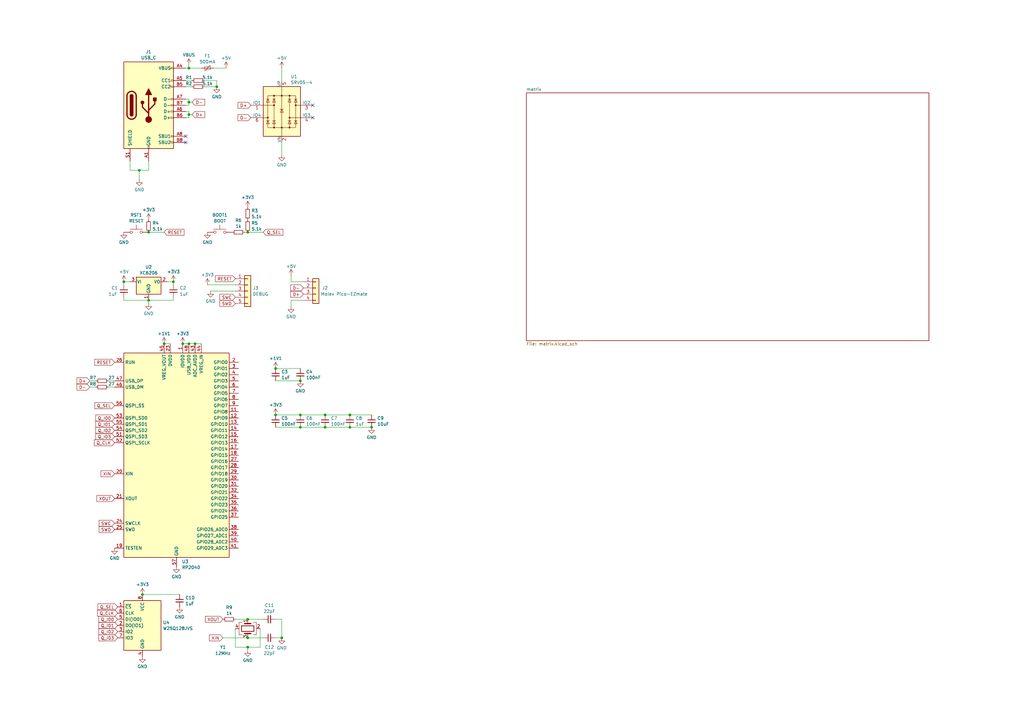
<source format=kicad_sch>
(kicad_sch (version 20230121) (generator eeschema)
  (paper "A3")
  (lib_symbols
    (symbol "Connector:USB_C_Receptacle_USB2.0" (pin_names (offset 1.016))
      (property "Reference" "J" (at -10.16 19.05 0))
      (property "Value" "USB_C_Receptacle_USB2.0" (at 19.05 19.05 0))
      (symbol "USB_C_Receptacle_USB2.0_0_0"
        (rectangle (start -0.254 -17.78) (end 0.254 -16.764))
        (rectangle (start 10.16 -14.986) (end 9.144 -15.494))
        (rectangle (start 10.16 -12.446) (end 9.144 -12.954))
        (rectangle (start 10.16 -4.826) (end 9.144 -5.334))
        (rectangle (start 10.16 -2.286) (end 9.144 -2.794))
        (rectangle (start 10.16 0.254) (end 9.144 -0.254))
        (rectangle (start 10.16 2.794) (end 9.144 2.286))
        (rectangle (start 10.16 7.874) (end 9.144 7.366))
        (rectangle (start 10.16 10.414) (end 9.144 9.906))
        (rectangle (start 10.16 15.494) (end 9.144 14.986))
      )
      (symbol "USB_C_Receptacle_USB2.0_0_1"
        (rectangle (start -10.16 17.78) (end 10.16 -17.78) (stroke (width 0.254)) (fill (type background)))
        (arc (start -8.89 -3.81) (mid -6.985 -5.7067) (end -5.08 -3.81) (stroke (width 0.508)))
        (arc (start -7.62 -3.81) (mid -6.985 -4.4423) (end -6.35 -3.81) (stroke (width 0.254)))
        (arc (start -7.62 -3.81) (mid -6.985 -4.4423) (end -6.35 -3.81) (stroke (width 0.254)) (fill (type outline)))
        (rectangle (start -7.62 -3.81) (end -6.35 3.81) (stroke (width 0.254)) (fill (type outline)))
        (arc (start -6.35 3.81) (mid -6.985 4.4423) (end -7.62 3.81) (stroke (width 0.254)))
        (arc (start -6.35 3.81) (mid -6.985 4.4423) (end -7.62 3.81) (stroke (width 0.254)) (fill (type outline)))
        (arc (start -5.08 3.81) (mid -6.985 5.7067) (end -8.89 3.81) (stroke (width 0.508)))
        (circle (center -2.54 1.143) (radius 0.635) (stroke (width 0.254)) (fill (type outline)))
        (circle (center 0 -5.842) (radius 1.27) (fill (type outline)))
        (polyline (pts (xy -8.89 -3.81) (xy -8.89 3.81)) (stroke (width 0.508)))
        (polyline (pts (xy -5.08 3.81) (xy -5.08 -3.81)) (stroke (width 0.508)))
        (polyline (pts (xy 0 -5.842) (xy 0 4.318)) (stroke (width 0.508)))
        (polyline (pts (xy 0 -3.302) (xy -2.54 -0.762) (xy -2.54 0.508)) (stroke (width 0.508)))
        (polyline (pts (xy 0 -2.032) (xy 2.54 0.508) (xy 2.54 1.778)) (stroke (width 0.508)))
        (polyline (pts (xy -1.27 4.318) (xy 0 6.858) (xy 1.27 4.318) (xy -1.27 4.318)) (stroke (width 0.254)) (fill (type outline)))
        (rectangle (start 1.905 1.778) (end 3.175 3.048) (stroke (width 0.254)) (fill (type outline)))
      )
      (symbol "USB_C_Receptacle_USB2.0_1_1"
        (pin passive line (at 0 -22.86 90) (length 5.08) (name "GND") (number "A1"))
        (pin passive line (at 0 -22.86 90) (length 5.08) hide (name "GND") (number "A12"))
        (pin passive line (at 15.24 15.24 180) (length 5.08) (name "VBUS") (number "A4"))
        (pin bidirectional line (at 15.24 10.16 180) (length 5.08) (name "CC1") (number "A5"))
        (pin bidirectional line (at 15.24 -2.54 180) (length 5.08) (name "D+") (number "A6"))
        (pin bidirectional line (at 15.24 2.54 180) (length 5.08) (name "D-") (number "A7"))
        (pin bidirectional line (at 15.24 -12.7 180) (length 5.08) (name "SBU1") (number "A8"))
        (pin passive line (at 15.24 15.24 180) (length 5.08) hide (name "VBUS") (number "A9"))
        (pin passive line (at 0 -22.86 90) (length 5.08) hide (name "GND") (number "B1"))
        (pin passive line (at 0 -22.86 90) (length 5.08) hide (name "GND") (number "B12"))
        (pin passive line (at 15.24 15.24 180) (length 5.08) hide (name "VBUS") (number "B4"))
        (pin bidirectional line (at 15.24 7.62 180) (length 5.08) (name "CC2") (number "B5"))
        (pin bidirectional line (at 15.24 -5.08 180) (length 5.08) (name "D+") (number "B6"))
        (pin bidirectional line (at 15.24 0 180) (length 5.08) (name "D-") (number "B7"))
        (pin bidirectional line (at 15.24 -15.24 180) (length 5.08) (name "SBU2") (number "B8"))
        (pin passive line (at 15.24 15.24 180) (length 5.08) hide (name "VBUS") (number "B9"))
        (pin passive line (at -7.62 -22.86 90) (length 5.08) (name "SHIELD") (number "S1"))
      )
    )
    (symbol "Connector_Generic:Conn_01x04" (pin_names (offset 1.016) hide)
      (property "Reference" "J" (at 0 5.08 0))
      (property "Value" "Conn_01x04" (at 0 -7.62 0))
      (symbol "Conn_01x04_1_1"
        (rectangle (start -1.27 -4.953) (end 0 -5.207) (stroke (width 0.1524)))
        (rectangle (start -1.27 -2.413) (end 0 -2.667) (stroke (width 0.1524)))
        (rectangle (start -1.27 0.127) (end 0 -0.127) (stroke (width 0.1524)))
        (rectangle (start -1.27 2.667) (end 0 2.413) (stroke (width 0.1524)))
        (rectangle (start -1.27 3.81) (end 1.27 -6.35) (stroke (width 0.254)) (fill (type background)))
        (pin passive line (at -5.08 2.54 0) (length 3.81) (name "Pin_1") (number "1"))
        (pin passive line (at -5.08 0 0) (length 3.81) (name "Pin_2") (number "2"))
        (pin passive line (at -5.08 -2.54 0) (length 3.81) (name "Pin_3") (number "3"))
        (pin passive line (at -5.08 -5.08 0) (length 3.81) (name "Pin_4") (number "4"))
      )
    )
    (symbol "Connector_Generic:Conn_01x05" (pin_names (offset 1.016) hide)
      (property "Reference" "J" (at 0 7.62 0))
      (property "Value" "Conn_01x05" (at 0 -7.62 0))
      (symbol "Conn_01x05_1_1"
        (rectangle (start -1.27 -4.953) (end 0 -5.207) (stroke (width 0.1524)))
        (rectangle (start -1.27 -2.413) (end 0 -2.667) (stroke (width 0.1524)))
        (rectangle (start -1.27 0.127) (end 0 -0.127) (stroke (width 0.1524)))
        (rectangle (start -1.27 2.667) (end 0 2.413) (stroke (width 0.1524)))
        (rectangle (start -1.27 5.207) (end 0 4.953) (stroke (width 0.1524)))
        (rectangle (start -1.27 6.35) (end 1.27 -6.35) (stroke (width 0.254)) (fill (type background)))
        (pin passive line (at -5.08 5.08 0) (length 3.81) (name "Pin_1") (number "1"))
        (pin passive line (at -5.08 2.54 0) (length 3.81) (name "Pin_2") (number "2"))
        (pin passive line (at -5.08 0 0) (length 3.81) (name "Pin_3") (number "3"))
        (pin passive line (at -5.08 -2.54 0) (length 3.81) (name "Pin_4") (number "4"))
        (pin passive line (at -5.08 -5.08 0) (length 3.81) (name "Pin_5") (number "5"))
      )
    )
    (symbol "Device:C_Small" (pin_numbers hide) (pin_names (offset 0.254) hide)
      (property "Reference" "C" (at 0.254 1.778 0))
      (property "Value" "C_Small" (at 0.254 -2.032 0))
      (symbol "C_Small_0_1"
        (polyline (pts (xy -1.524 -0.508) (xy 1.524 -0.508)) (stroke (width 0.3302)))
        (polyline (pts (xy -1.524 0.508) (xy 1.524 0.508)) (stroke (width 0.3048)))
      )
      (symbol "C_Small_1_1"
        (pin passive line (at 0 2.54 270) (length 2.032) (name "~") (number "1"))
        (pin passive line (at 0 -2.54 90) (length 2.032) (name "~") (number "2"))
      )
    )
    (symbol "Device:Crystal_GND24" (pin_names (offset 1.016) hide)
      (property "Reference" "Y" (at 3.175 5.08 0))
      (property "Value" "Crystal_GND24" (at 3.175 3.175 0))
      (symbol "Crystal_GND24_0_1"
        (rectangle (start -1.143 2.54) (end 1.143 -2.54) (stroke (width 0.3048)))
        (polyline (pts (xy -2.54 0) (xy -2.032 0)))
        (polyline (pts (xy -2.032 -1.27) (xy -2.032 1.27)) (stroke (width 0.508)))
        (polyline (pts (xy 0 -3.81) (xy 0 -3.556)))
        (polyline (pts (xy 0 3.556) (xy 0 3.81)))
        (polyline (pts (xy 2.032 -1.27) (xy 2.032 1.27)) (stroke (width 0.508)))
        (polyline (pts (xy 2.032 0) (xy 2.54 0)))
        (polyline (pts (xy -2.54 -2.286) (xy -2.54 -3.556) (xy 2.54 -3.556) (xy 2.54 -2.286)))
        (polyline (pts (xy -2.54 2.286) (xy -2.54 3.556) (xy 2.54 3.556) (xy 2.54 2.286)))
      )
      (symbol "Crystal_GND24_1_1"
        (pin passive line (at -3.81 0 0) (length 1.27) (name "1") (number "1"))
        (pin passive line (at 0 5.08 270) (length 1.27) (name "2") (number "2"))
        (pin passive line (at 3.81 0 180) (length 1.27) (name "3") (number "3"))
        (pin passive line (at 0 -5.08 90) (length 1.27) (name "4") (number "4"))
      )
    )
    (symbol "Device:Polyfuse_Small" (pin_numbers hide) (pin_names (offset 0))
      (property "Reference" "F" (at -1.905 0 90))
      (property "Value" "Polyfuse_Small" (at 1.905 0 90))
      (symbol "Polyfuse_Small_0_1"
        (rectangle (start -0.508 1.27) (end 0.508 -1.27))
        (polyline (pts (xy 0 2.54) (xy 0 -2.54)))
        (polyline (pts (xy -1.016 1.27) (xy -1.016 0.762) (xy 1.016 -0.762) (xy 1.016 -1.27)))
      )
      (symbol "Polyfuse_Small_1_1"
        (pin passive line (at 0 2.54 270) (length 0.635) (name "~") (number "1"))
        (pin passive line (at 0 -2.54 90) (length 0.635) (name "~") (number "2"))
      )
    )
    (symbol "Device:R_Small" (pin_numbers hide) (pin_names (offset 0.254) hide)
      (property "Reference" "R" (at 0.762 0.508 0))
      (property "Value" "R_Small" (at 0.762 -1.016 0))
      (symbol "R_Small_0_1"
        (rectangle (start -0.762 1.778) (end 0.762 -1.778) (stroke (width 0.2032)))
      )
      (symbol "R_Small_1_1"
        (pin passive line (at 0 2.54 270) (length 0.762) (name "~") (number "1"))
        (pin passive line (at 0 -2.54 90) (length 0.762) (name "~") (number "2"))
      )
    )
    (symbol "MCU_RaspberryPi:RP2040"
      (property "Reference" "U" (at 17.78 45.72 0))
      (property "Value" "RP2040" (at 17.78 43.18 0))
      (symbol "RP2040_0_1"
        (rectangle (start -21.59 41.91) (end 21.59 -41.91) (stroke (width 0.254)) (fill (type background)))
      )
      (symbol "RP2040_1_1"
        (pin power_in line (at 2.54 45.72 270) (length 3.81) (name "IOVDD") (number "1"))
        (pin passive line (at 2.54 45.72 270) (length 3.81) hide (name "IOVDD") (number "10"))
        (pin bidirectional line (at 25.4 17.78 180) (length 3.81) (name "GPIO8") (number "11"))
        (pin bidirectional line (at 25.4 15.24 180) (length 3.81) (name "GPIO9") (number "12"))
        (pin bidirectional line (at 25.4 12.7 180) (length 3.81) (name "GPIO10") (number "13"))
        (pin bidirectional line (at 25.4 10.16 180) (length 3.81) (name "GPIO11") (number "14"))
        (pin bidirectional line (at 25.4 7.62 180) (length 3.81) (name "GPIO12") (number "15"))
        (pin bidirectional line (at 25.4 5.08 180) (length 3.81) (name "GPIO13") (number "16"))
        (pin bidirectional line (at 25.4 2.54 180) (length 3.81) (name "GPIO14") (number "17"))
        (pin bidirectional line (at 25.4 0 180) (length 3.81) (name "GPIO15") (number "18"))
        (pin input line (at -25.4 -38.1 0) (length 3.81) (name "TESTEN") (number "19"))
        (pin bidirectional line (at 25.4 38.1 180) (length 3.81) (name "GPIO0") (number "2"))
        (pin input line (at -25.4 -7.62 0) (length 3.81) (name "XIN") (number "20"))
        (pin passive line (at -25.4 -17.78 0) (length 3.81) (name "XOUT") (number "21"))
        (pin passive line (at 2.54 45.72 270) (length 3.81) hide (name "IOVDD") (number "22"))
        (pin power_in line (at -2.54 45.72 270) (length 3.81) (name "DVDD") (number "23"))
        (pin input line (at -25.4 -27.94 0) (length 3.81) (name "SWCLK") (number "24"))
        (pin bidirectional line (at -25.4 -30.48 0) (length 3.81) (name "SWD") (number "25"))
        (pin input line (at -25.4 38.1 0) (length 3.81) (name "RUN") (number "26"))
        (pin bidirectional line (at 25.4 -2.54 180) (length 3.81) (name "GPIO16") (number "27"))
        (pin bidirectional line (at 25.4 -5.08 180) (length 3.81) (name "GPIO17") (number "28"))
        (pin bidirectional line (at 25.4 -7.62 180) (length 3.81) (name "GPIO18") (number "29"))
        (pin bidirectional line (at 25.4 35.56 180) (length 3.81) (name "GPIO1") (number "3"))
        (pin bidirectional line (at 25.4 -10.16 180) (length 3.81) (name "GPIO19") (number "30"))
        (pin bidirectional line (at 25.4 -12.7 180) (length 3.81) (name "GPIO20") (number "31"))
        (pin bidirectional line (at 25.4 -15.24 180) (length 3.81) (name "GPIO21") (number "32"))
        (pin passive line (at 2.54 45.72 270) (length 3.81) hide (name "IOVDD") (number "33"))
        (pin bidirectional line (at 25.4 -17.78 180) (length 3.81) (name "GPIO22") (number "34"))
        (pin bidirectional line (at 25.4 -20.32 180) (length 3.81) (name "GPIO23") (number "35"))
        (pin bidirectional line (at 25.4 -22.86 180) (length 3.81) (name "GPIO24") (number "36"))
        (pin bidirectional line (at 25.4 -25.4 180) (length 3.81) (name "GPIO25") (number "37"))
        (pin bidirectional line (at 25.4 -30.48 180) (length 3.81) (name "GPIO26_ADC0") (number "38"))
        (pin bidirectional line (at 25.4 -33.02 180) (length 3.81) (name "GPIO27_ADC1") (number "39"))
        (pin bidirectional line (at 25.4 33.02 180) (length 3.81) (name "GPIO2") (number "4"))
        (pin bidirectional line (at 25.4 -35.56 180) (length 3.81) (name "GPIO28_ADC2") (number "40"))
        (pin bidirectional line (at 25.4 -38.1 180) (length 3.81) (name "GPIO29_ADC3") (number "41"))
        (pin passive line (at 2.54 45.72 270) (length 3.81) hide (name "IOVDD") (number "42"))
        (pin power_in line (at 7.62 45.72 270) (length 3.81) (name "ADC_AVDD") (number "43"))
        (pin power_in line (at 10.16 45.72 270) (length 3.81) (name "VREG_IN") (number "44"))
        (pin power_out line (at -5.08 45.72 270) (length 3.81) (name "VREG_VOUT") (number "45"))
        (pin bidirectional line (at -25.4 27.94 0) (length 3.81) (name "USB_DM") (number "46"))
        (pin bidirectional line (at -25.4 30.48 0) (length 3.81) (name "USB_DP") (number "47"))
        (pin power_in line (at 5.08 45.72 270) (length 3.81) (name "USB_VDD") (number "48"))
        (pin passive line (at 2.54 45.72 270) (length 3.81) hide (name "IOVDD") (number "49"))
        (pin bidirectional line (at 25.4 30.48 180) (length 3.81) (name "GPIO3") (number "5"))
        (pin passive line (at -2.54 45.72 270) (length 3.81) hide (name "DVDD") (number "50"))
        (pin bidirectional line (at -25.4 7.62 0) (length 3.81) (name "QSPI_SD3") (number "51"))
        (pin output line (at -25.4 5.08 0) (length 3.81) (name "QSPI_SCLK") (number "52"))
        (pin bidirectional line (at -25.4 15.24 0) (length 3.81) (name "QSPI_SD0") (number "53"))
        (pin bidirectional line (at -25.4 10.16 0) (length 3.81) (name "QSPI_SD2") (number "54"))
        (pin bidirectional line (at -25.4 12.7 0) (length 3.81) (name "QSPI_SD1") (number "55"))
        (pin bidirectional line (at -25.4 20.32 0) (length 3.81) (name "QSPI_SS") (number "56"))
        (pin power_in line (at 0 -45.72 90) (length 3.81) (name "GND") (number "57"))
        (pin bidirectional line (at 25.4 27.94 180) (length 3.81) (name "GPIO4") (number "6"))
        (pin bidirectional line (at 25.4 25.4 180) (length 3.81) (name "GPIO5") (number "7"))
        (pin bidirectional line (at 25.4 22.86 180) (length 3.81) (name "GPIO6") (number "8"))
        (pin bidirectional line (at 25.4 20.32 180) (length 3.81) (name "GPIO7") (number "9"))
      )
    )
    (symbol "Memory_Flash:W25Q128JVS"
      (property "Reference" "U" (at -8.89 8.89 0))
      (property "Value" "W25Q128JVS" (at 7.62 8.89 0))
      (symbol "W25Q128JVS_0_1"
        (rectangle (start -7.62 10.16) (end 7.62 -10.16) (stroke (width 0.254)) (fill (type background)))
      )
      (symbol "W25Q128JVS_1_1"
        (pin input line (at -10.16 7.62 0) (length 2.54) (name "~{CS}") (number "1"))
        (pin bidirectional line (at -10.16 0 0) (length 2.54) (name "DO(IO1)") (number "2"))
        (pin bidirectional line (at -10.16 -2.54 0) (length 2.54) (name "IO2") (number "3"))
        (pin power_in line (at 0 -12.7 90) (length 2.54) (name "GND") (number "4"))
        (pin bidirectional line (at -10.16 2.54 0) (length 2.54) (name "DI(IO0)") (number "5"))
        (pin input line (at -10.16 5.08 0) (length 2.54) (name "CLK") (number "6"))
        (pin bidirectional line (at -10.16 -5.08 0) (length 2.54) (name "IO3") (number "7"))
        (pin power_in line (at 0 12.7 270) (length 2.54) (name "VCC") (number "8"))
      )
    )
    (symbol "PCM_marbastlib-various:SRV05-4" (pin_names (offset 0))
      (property "Reference" "U" (at -5.08 11.43 0))
      (property "Value" "SRV05-4" (at 2.54 11.43 0))
      (symbol "SRV05-4_0_0"
        (rectangle (start -5.715 6.477) (end 5.715 -6.604))
        (polyline (pts (xy -3.175 -6.604) (xy -3.175 6.477)))
        (polyline (pts (xy 3.175 6.477) (xy 3.175 -6.604)))
      )
      (symbol "SRV05-4_0_1"
        (rectangle (start -7.62 10.16) (end 7.62 -10.16) (stroke (width 0.254)) (fill (type background)))
        (circle (center -5.715 -2.54) (radius 0.2794) (fill (type outline)))
        (circle (center -3.175 -6.604) (radius 0.2794) (fill (type outline)))
        (circle (center -3.175 2.54) (radius 0.2794) (fill (type outline)))
        (circle (center -3.175 6.477) (radius 0.2794) (fill (type outline)))
        (circle (center 0 -6.604) (radius 0.2794) (fill (type outline)))
        (polyline (pts (xy -7.747 2.54) (xy -3.175 2.54)))
        (polyline (pts (xy -7.62 -2.54) (xy -5.715 -2.54)))
        (polyline (pts (xy -5.08 -3.81) (xy -6.35 -3.81)))
        (polyline (pts (xy -5.08 5.08) (xy -6.35 5.08)))
        (polyline (pts (xy -2.54 -3.81) (xy -3.81 -3.81)))
        (polyline (pts (xy -2.54 5.08) (xy -3.81 5.08)))
        (polyline (pts (xy 0 10.16) (xy 0 -10.16)))
        (polyline (pts (xy 3.81 -3.81) (xy 2.54 -3.81)))
        (polyline (pts (xy 3.81 5.08) (xy 2.54 5.08)))
        (polyline (pts (xy 6.35 -3.81) (xy 5.08 -3.81)))
        (polyline (pts (xy 6.35 5.08) (xy 5.08 5.08)))
        (polyline (pts (xy 7.62 -2.54) (xy 3.175 -2.54)))
        (polyline (pts (xy 7.62 2.54) (xy 5.715 2.54)))
        (polyline (pts (xy 0.635 0.889) (xy -0.635 0.889) (xy -0.635 0.635)))
        (polyline (pts (xy -5.08 -5.08) (xy -6.35 -5.08) (xy -5.715 -3.81) (xy -5.08 -5.08)))
        (polyline (pts (xy -5.08 3.81) (xy -6.35 3.81) (xy -5.715 5.08) (xy -5.08 3.81)))
        (polyline (pts (xy -2.54 -5.08) (xy -3.81 -5.08) (xy -3.175 -3.81) (xy -2.54 -5.08)))
        (polyline (pts (xy -2.54 3.81) (xy -3.81 3.81) (xy -3.175 5.08) (xy -2.54 3.81)))
        (polyline (pts (xy 0.635 -0.381) (xy -0.635 -0.381) (xy 0 0.889) (xy 0.635 -0.381)))
        (polyline (pts (xy 3.81 -5.08) (xy 2.54 -5.08) (xy 3.175 -3.81) (xy 3.81 -5.08)))
        (polyline (pts (xy 3.81 3.81) (xy 2.54 3.81) (xy 3.175 5.08) (xy 3.81 3.81)))
        (polyline (pts (xy 6.35 -5.08) (xy 5.08 -5.08) (xy 5.715 -3.81) (xy 6.35 -5.08)))
        (polyline (pts (xy 6.35 3.81) (xy 5.08 3.81) (xy 5.715 5.08) (xy 6.35 3.81)))
        (circle (center 0 6.477) (radius 0.2794) (fill (type outline)))
        (circle (center 3.175 -6.604) (radius 0.2794) (fill (type outline)))
        (circle (center 3.175 -2.54) (radius 0.2794) (fill (type outline)))
        (circle (center 3.175 6.477) (radius 0.2794) (fill (type outline)))
        (circle (center 5.715 2.54) (radius 0.2794) (fill (type outline)))
      )
      (symbol "SRV05-4_1_1"
        (pin passive line (at -12.7 2.54 0) (length 5.08) (name "IO1") (number "1"))
        (pin passive line (at 0 -12.7 90) (length 2.54) (name "VN") (number "2"))
        (pin passive line (at 12.7 2.54 180) (length 5.08) (name "IO2") (number "3"))
        (pin passive line (at 12.7 -2.54 180) (length 5.08) (name "IO3") (number "4"))
        (pin passive line (at 0 12.7 270) (length 2.54) (name "VP") (number "5"))
        (pin passive line (at -12.7 -2.54 0) (length 5.08) (name "IO4") (number "6"))
      )
    )
    (symbol "Regulator_Linear:XC6206PxxxMR" (pin_names (offset 0.254))
      (property "Reference" "U" (at -3.81 3.175 0))
      (property "Value" "XC6206PxxxMR" (at 0 3.175 0))
      (symbol "XC6206PxxxMR_0_1"
        (rectangle (start -5.08 1.905) (end 5.08 -5.08) (stroke (width 0.254)) (fill (type background)))
      )
      (symbol "XC6206PxxxMR_1_1"
        (pin power_in line (at 0 -7.62 90) (length 2.54) (name "GND") (number "1"))
        (pin power_out line (at 7.62 0 180) (length 2.54) (name "VO") (number "2"))
        (pin power_in line (at -7.62 0 0) (length 2.54) (name "VI") (number "3"))
      )
    )
    (symbol "Switch:SW_Push" (pin_numbers hide) (pin_names (offset 1.016) hide)
      (property "Reference" "SW" (at 1.27 2.54 0))
      (property "Value" "SW_Push" (at 0 -1.524 0))
      (symbol "SW_Push_0_1"
        (circle (center -2.032 0) (radius 0.508))
        (polyline (pts (xy 0 1.27) (xy 0 3.048)))
        (polyline (pts (xy 2.54 1.27) (xy -2.54 1.27)))
        (circle (center 2.032 0) (radius 0.508))
        (pin passive line (at -5.08 0 0) (length 2.54) (name "1") (number "1"))
        (pin passive line (at 5.08 0 180) (length 2.54) (name "2") (number "2"))
      )
    )
    (symbol "power:+1V1" (power) (pin_names (offset 0))
      (property "Value" "+1V1" (at 0 3.556 0))
      (symbol "+1V1_0_1"
        (polyline (pts (xy -0.762 1.27) (xy 0 2.54)))
        (polyline (pts (xy 0 0) (xy 0 2.54)))
        (polyline (pts (xy 0 2.54) (xy 0.762 1.27)))
      )
      (symbol "+1V1_1_1"
        (pin power_in line (at 0 0 90) (length 0) hide (name "+1V1") (number "1"))
      )
    )
    (symbol "power:+3V3" (power) (pin_names (offset 0))
      (property "Value" "+3V3" (at 0 3.556 0))
      (symbol "+3V3_0_1"
        (polyline (pts (xy -0.762 1.27) (xy 0 2.54)))
        (polyline (pts (xy 0 0) (xy 0 2.54)))
        (polyline (pts (xy 0 2.54) (xy 0.762 1.27)))
      )
      (symbol "+3V3_1_1"
        (pin power_in line (at 0 0 90) (length 0) hide (name "+3V3") (number "1"))
      )
    )
    (symbol "power:+5V" (power) (pin_names (offset 0))
      (property "Value" "+5V" (at 0 3.556 0))
      (symbol "+5V_0_1"
        (polyline (pts (xy -0.762 1.27) (xy 0 2.54)))
        (polyline (pts (xy 0 0) (xy 0 2.54)))
        (polyline (pts (xy 0 2.54) (xy 0.762 1.27)))
      )
      (symbol "+5V_1_1"
        (pin power_in line (at 0 0 90) (length 0) hide (name "+5V") (number "1"))
      )
    )
    (symbol "power:GND" (power) (pin_names (offset 0))
      (property "Value" "GND" (at 0 -3.81 0))
      (symbol "GND_0_1"
        (polyline (pts (xy 0 0) (xy 0 -1.27) (xy 1.27 -1.27) (xy 0 -2.54) (xy -1.27 -1.27) (xy 0 -1.27)))
      )
      (symbol "GND_1_1"
        (pin power_in line (at 0 0 270) (length 0) hide (name "GND") (number "1"))
      )
    )
    (symbol "power:VBUS" (power) (pin_names (offset 0))
      (property "Value" "VBUS" (at 0 3.81 0))
      (symbol "VBUS_0_1"
        (polyline (pts (xy -0.762 1.27) (xy 0 2.54)))
        (polyline (pts (xy 0 0) (xy 0 2.54)))
        (polyline (pts (xy 0 2.54) (xy 0.762 1.27)))
      )
      (symbol "VBUS_1_1"
        (pin power_in line (at 0 0 90) (length 0) hide (name "VBUS") (number "1"))
      )
    )
  )
  (junction (at 123.19 175.26))
  (junction (at 101.6 95.25))
  (junction (at 77.47 46.99))
  (junction (at 80.01 140.97))
  (junction (at 115.57 261.62))
  (junction (at 152.4 175.26))
  (junction (at 143.51 170.18))
  (junction (at 50.8 115.57))
  (junction (at 77.47 27.94))
  (junction (at 143.51 175.26))
  (junction (at 58.42 243.84))
  (junction (at 113.03 170.18))
  (junction (at 88.9 35.56))
  (junction (at 57.15 69.85))
  (junction (at 77.47 140.97))
  (junction (at 123.19 170.18))
  (junction (at 74.93 140.97))
  (junction (at 101.6 261.62))
  (junction (at 60.96 123.19))
  (junction (at 133.35 175.26))
  (junction (at 77.47 41.91))
  (junction (at 113.03 151.13))
  (junction (at 101.6 254))
  (junction (at 60.96 95.25))
  (junction (at 101.6 265.43))
  (junction (at 67.31 140.97))
  (junction (at 71.12 115.57))
  (junction (at 133.35 170.18))
  (junction (at 123.19 156.21))
  (no_connect (at 76.2 58.42))
  (no_connect (at 128.27 48.26))
  (no_connect (at 76.2 55.88))
  (no_connect (at 128.27 43.18))
  (wire (pts (xy 91.44 261.62) (xy 101.6 261.62)))
  (wire (pts (xy 86.36 119.38) (xy 96.52 119.38)))
  (wire (pts (xy 123.19 170.18) (xy 133.35 170.18)))
  (wire (pts (xy 50.8 123.19) (xy 50.8 121.92)))
  (wire (pts (xy 115.57 27.94) (xy 115.57 33.02)))
  (wire (pts (xy 124.46 123.19) (xy 119.38 123.19)))
  (wire (pts (xy 113.03 170.18) (xy 123.19 170.18)))
  (wire (pts (xy 60.96 123.19) (xy 71.12 123.19)))
  (wire (pts (xy 50.8 116.84) (xy 50.8 115.57)))
  (wire (pts (xy 133.35 170.18) (xy 143.51 170.18)))
  (wire (pts (xy 101.6 265.43) (xy 101.6 266.7)))
  (wire (pts (xy 77.47 41.91) (xy 78.74 41.91)))
  (wire (pts (xy 83.82 35.56) (xy 88.9 35.56)))
  (wire (pts (xy 88.9 33.02) (xy 88.9 35.56)))
  (wire (pts (xy 68.58 115.57) (xy 71.12 115.57)))
  (wire (pts (xy 44.45 156.21) (xy 46.99 156.21)))
  (wire (pts (xy 77.47 26.67) (xy 77.47 27.94)))
  (wire (pts (xy 44.45 158.75) (xy 46.99 158.75)))
  (wire (pts (xy 113.03 175.26) (xy 123.19 175.26)))
  (wire (pts (xy 143.51 170.18) (xy 152.4 170.18)))
  (wire (pts (xy 101.6 254) (xy 107.95 254)))
  (wire (pts (xy 119.38 115.57) (xy 124.46 115.57)))
  (wire (pts (xy 67.31 95.25) (xy 60.96 95.25)))
  (wire (pts (xy 115.57 58.42) (xy 115.57 63.5)))
  (wire (pts (xy 76.2 48.26) (xy 77.47 48.26)))
  (wire (pts (xy 76.2 35.56) (xy 78.74 35.56)))
  (wire (pts (xy 53.34 66.04) (xy 53.34 69.85)))
  (wire (pts (xy 83.82 33.02) (xy 88.9 33.02)))
  (wire (pts (xy 74.93 140.97) (xy 77.47 140.97)))
  (wire (pts (xy 77.47 46.99) (xy 77.47 48.26)))
  (wire (pts (xy 119.38 115.57) (xy 119.38 113.03)))
  (wire (pts (xy 77.47 45.72) (xy 77.47 46.99)))
  (wire (pts (xy 101.6 95.25) (xy 107.95 95.25)))
  (wire (pts (xy 77.47 40.64) (xy 77.47 41.91)))
  (wire (pts (xy 76.2 43.18) (xy 77.47 43.18)))
  (wire (pts (xy 96.52 254) (xy 101.6 254)))
  (wire (pts (xy 60.96 66.04) (xy 60.96 69.85)))
  (wire (pts (xy 106.68 265.43) (xy 101.6 265.43)))
  (wire (pts (xy 113.03 254) (xy 115.57 254)))
  (wire (pts (xy 87.63 27.94) (xy 92.71 27.94)))
  (wire (pts (xy 50.8 123.19) (xy 60.96 123.19)))
  (wire (pts (xy 71.12 123.19) (xy 71.12 121.92)))
  (wire (pts (xy 57.15 69.85) (xy 60.96 69.85)))
  (wire (pts (xy 53.34 69.85) (xy 57.15 69.85)))
  (wire (pts (xy 77.47 27.94) (xy 82.55 27.94)))
  (wire (pts (xy 76.2 33.02) (xy 78.74 33.02)))
  (wire (pts (xy 50.8 115.57) (xy 53.34 115.57)))
  (wire (pts (xy 67.31 140.97) (xy 69.85 140.97)))
  (wire (pts (xy 58.42 243.84) (xy 73.66 243.84)))
  (wire (pts (xy 143.51 175.26) (xy 152.4 175.26)))
  (wire (pts (xy 36.83 156.21) (xy 39.37 156.21)))
  (wire (pts (xy 96.52 265.43) (xy 96.52 257.81)))
  (wire (pts (xy 76.2 27.94) (xy 77.47 27.94)))
  (wire (pts (xy 77.47 43.18) (xy 77.47 41.91)))
  (wire (pts (xy 101.6 261.62) (xy 107.95 261.62)))
  (wire (pts (xy 85.09 116.84) (xy 96.52 116.84)))
  (wire (pts (xy 101.6 265.43) (xy 96.52 265.43)))
  (wire (pts (xy 77.47 140.97) (xy 80.01 140.97)))
  (wire (pts (xy 113.03 156.21) (xy 123.19 156.21)))
  (wire (pts (xy 60.96 123.19) (xy 60.96 124.46)))
  (wire (pts (xy 106.68 257.81) (xy 106.68 265.43)))
  (wire (pts (xy 76.2 45.72) (xy 77.47 45.72)))
  (wire (pts (xy 101.6 95.25) (xy 100.33 95.25)))
  (wire (pts (xy 77.47 46.99) (xy 78.74 46.99)))
  (wire (pts (xy 113.03 151.13) (xy 123.19 151.13)))
  (wire (pts (xy 76.2 40.64) (xy 77.47 40.64)))
  (wire (pts (xy 115.57 261.62) (xy 113.03 261.62)))
  (wire (pts (xy 36.83 158.75) (xy 39.37 158.75)))
  (wire (pts (xy 80.01 140.97) (xy 82.55 140.97)))
  (wire (pts (xy 119.38 123.19) (xy 119.38 125.73)))
  (wire (pts (xy 71.12 116.84) (xy 71.12 115.57)))
  (wire (pts (xy 115.57 254) (xy 115.57 261.62)))
  (wire (pts (xy 133.35 175.26) (xy 143.51 175.26)))
  (wire (pts (xy 57.15 69.85) (xy 57.15 73.66)))
  (wire (pts (xy 123.19 175.26) (xy 133.35 175.26)))
  (global_label "Q_SEL" (shape input) (at 46.99 166.37 180) (property "Intersheetrefs" "${INTERSHEET_REFS}" (effects hide)))
  (global_label "Q_I02" (shape input) (at 48.26 259.08 180) (property "Intersheetrefs" "${INTERSHEET_REFS}" (effects hide)))
  (global_label "D-" (shape input) (at 78.74 41.91 0) (property "Intersheetrefs" "${INTERSHEET_REFS}" (effects hide)))
  (global_label "Q_SEL" (shape input) (at 107.95 95.25 0) (property "Intersheetrefs" "${INTERSHEET_REFS}" (effects hide)))
  (global_label "XOUT" (shape input) (at 91.44 254 180) (property "Intersheetrefs" "${INTERSHEET_REFS}" (effects hide)))
  (global_label "Q_I01" (shape input) (at 46.99 173.99 180) (property "Intersheetrefs" "${INTERSHEET_REFS}" (effects hide)))
  (global_label "D-" (shape input) (at 124.46 118.11 180) (property "Intersheetrefs" "${INTERSHEET_REFS}" (effects hide)))
  (global_label "SWC" (shape input) (at 96.52 121.92 180) (property "Intersheetrefs" "${INTERSHEET_REFS}" (effects hide)))
  (global_label "SWD" (shape input) (at 96.52 124.46 180) (property "Intersheetrefs" "${INTERSHEET_REFS}" (effects hide)))
  (global_label "RESET" (shape input) (at 67.31 95.25 0) (property "Intersheetrefs" "${INTERSHEET_REFS}" (effects hide)))
  (global_label "XOUT" (shape input) (at 46.99 204.47 180) (property "Intersheetrefs" "${INTERSHEET_REFS}" (effects hide)))
  (global_label "Q_I01" (shape input) (at 48.26 256.54 180) (property "Intersheetrefs" "${INTERSHEET_REFS}" (effects hide)))
  (global_label "XIN" (shape input) (at 91.44 261.62 180) (property "Intersheetrefs" "${INTERSHEET_REFS}" (effects hide)))
  (global_label "Q_CLK" (shape input) (at 48.26 251.46 180) (property "Intersheetrefs" "${INTERSHEET_REFS}" (effects hide)))
  (global_label "Q_I03" (shape input) (at 46.99 179.07 180) (property "Intersheetrefs" "${INTERSHEET_REFS}" (effects hide)))
  (global_label "Q_SEL" (shape input) (at 48.26 248.92 180) (property "Intersheetrefs" "${INTERSHEET_REFS}" (effects hide)))
  (global_label "Q_I02" (shape input) (at 46.99 176.53 180) (property "Intersheetrefs" "${INTERSHEET_REFS}" (effects hide)))
  (global_label "D-" (shape input) (at 36.83 158.75 180) (property "Intersheetrefs" "${INTERSHEET_REFS}" (effects hide)))
  (global_label "D+" (shape input) (at 36.83 156.21 180) (property "Intersheetrefs" "${INTERSHEET_REFS}" (effects hide)))
  (global_label "SWD" (shape input) (at 46.99 217.17 180) (property "Intersheetrefs" "${INTERSHEET_REFS}" (effects hide)))
  (global_label "RESET" (shape input) (at 46.99 148.59 180) (property "Intersheetrefs" "${INTERSHEET_REFS}" (effects hide)))
  (global_label "D+" (shape input) (at 78.74 46.99 0) (property "Intersheetrefs" "${INTERSHEET_REFS}" (effects hide)))
  (global_label "RESET" (shape input) (at 96.52 114.3 180) (property "Intersheetrefs" "${INTERSHEET_REFS}" (effects hide)))
  (global_label "Q_I00" (shape input) (at 46.99 171.45 180) (property "Intersheetrefs" "${INTERSHEET_REFS}" (effects hide)))
  (global_label "Q_CLK" (shape input) (at 46.99 181.61 180) (property "Intersheetrefs" "${INTERSHEET_REFS}" (effects hide)))
  (global_label "SWC" (shape input) (at 46.99 214.63 180) (property "Intersheetrefs" "${INTERSHEET_REFS}" (effects hide)))
  (global_label "D-" (shape input) (at 102.87 48.26 180) (property "Intersheetrefs" "${INTERSHEET_REFS}" (effects hide)))
  (global_label "XIN" (shape input) (at 46.99 194.31 180) (property "Intersheetrefs" "${INTERSHEET_REFS}" (effects hide)))
  (global_label "Q_I03" (shape input) (at 48.26 261.62 180) (property "Intersheetrefs" "${INTERSHEET_REFS}" (effects hide)))
  (global_label "D+" (shape input) (at 124.46 120.65 180) (property "Intersheetrefs" "${INTERSHEET_REFS}" (effects hide)))
  (global_label "D+" (shape input) (at 102.87 43.18 180) (property "Intersheetrefs" "${INTERSHEET_REFS}" (effects hide)))
  (global_label "Q_I00" (shape input) (at 48.26 254 180) (property "Intersheetrefs" "${INTERSHEET_REFS}" (effects hide)))
  (symbol (lib_id "power:+3V3") (at 85.09 116.84 0) (unit 1)
    (property "Reference" "#PWR014" (effects hide))
    (property "Value" "+3V3" (at 85.09 112.7069 0))
  )
  (symbol (lib_id "power:GND") (at 60.96 124.46 0) (unit 1)
    (property "Reference" "#PWR016" (effects hide))
    (property "Value" "GND" (at 60.96 128.5931 0))
  )
  (symbol (lib_id "power:+5V") (at 50.8 115.57 0) (unit 1)
    (property "Reference" "#PWR012" (effects hide))
    (property "Value" "+5V" (at 50.8 111.4369 0))
  )
  (symbol (lib_id "power:GND") (at 115.57 261.62 0) (unit 1)
    (property "Reference" "#PWR028" (effects hide))
    (property "Value" "GND" (at 115.57 265.7531 0))
  )
  (symbol (lib_id "power:GND") (at 73.66 248.92 0) (unit 1)
    (property "Reference" "#PWR027" (effects hide))
    (property "Value" "GND" (at 73.66 253.0531 0))
  )
  (symbol (lib_id "Regulator_Linear:XC6206PxxxMR") (at 60.96 115.57 0) (unit 1)
    (property "Reference" "U2" (at 60.96 109.5207 0))
    (property "Value" "XC6206" (at 60.96 111.9449 0))
    (property "Footprint" "Package_TO_SOT_SMD:SOT-23-3" (effects hide))
    (property "Datasheet" "https://www.torexsemi.com/file/xc6206/XC6206.pdf" (effects hide))
  )
  (symbol (lib_id "Connector_Generic:Conn_01x05") (at 101.6 119.38 0) (unit 1)
    (property "Reference" "J3" (at 103.632 118.1679 0) (effects (justify left)))
    (property "Value" "DEBUG" (at 103.632 120.5921 0) (effects (justify left)))
    (property "Footprint" "Resistor_SMD:R_0402_1005Metric" (effects hide))
  )
  (symbol (lib_id "Device:R_Small") (at 93.98 254 90) (unit 1)
    (property "Reference" "R9" (at 93.98 249.1191 90))
    (property "Value" "1k" (at 93.98 251.5433 90))
    (property "Footprint" "Resistor_SMD:R_0402_1005Metric" (effects hide))
  )
  (symbol (lib_id "Connector_Generic:Conn_01x04") (at 129.54 118.11 0) (unit 1)
    (property "Reference" "J2" (at 132.08 118.11 0) (effects (justify left)))
    (property "Value" "Molex Pico-EZmate" (at 131.572 120.5921 0) (effects (justify left)))
    (property "Footprint" "Connector_Molex:Molex_Pico-EZmate_78171-0004_1x04-1MP_P1.20mm_Vertical" (effects hide))
  )
  (symbol (lib_id "Device:C_Small") (at 113.03 172.72 0) (unit 1)
    (property "Reference" "C5" (at 115.3541 171.5142 0) (effects (justify left)))
    (property "Value" "100nF" (at 115.3541 173.9384 0) (effects (justify left)))
    (property "Footprint" "Capacitor_SMD:C_0402_1005Metric" (effects hide))
  )
  (symbol (lib_id "Device:R_Small") (at 81.28 35.56 270) (unit 1)
    (property "Reference" "R2" (at 77.47 34.29 90))
    (property "Value" "5.1k" (at 85.09 34.29 90))
    (property "Footprint" "Resistor_SMD:R_0402_1005Metric" (effects hide))
  )
  (symbol (lib_id "power:GND") (at 46.99 224.79 0) (unit 1)
    (property "Reference" "#PWR024" (effects hide))
    (property "Value" "GND" (at 46.99 228.9231 0))
  )
  (symbol (lib_id "power:+1V1") (at 113.03 151.13 0) (unit 1)
    (property "Reference" "#PWR020" (effects hide))
    (property "Value" "+1V1" (at 113.03 146.9969 0))
  )
  (symbol (lib_id "Device:Crystal_GND24") (at 101.6 257.81 270) (unit 1)
    (property "Reference" "Y1" (at 91.44 265.43 90))
    (property "Value" "12MHz" (at 91.44 267.97 90))
    (property "Footprint" "Crystal:Crystal_SMD_3225-4Pin_3.2x2.5mm" (effects hide))
  )
  (symbol (lib_id "Device:R_Small") (at 101.6 87.63 0) (unit 1)
    (property "Reference" "R3" (at 103.0986 86.4179 0) (effects (justify left)))
    (property "Value" "5.1k" (at 103.0986 88.8421 0) (effects (justify left)))
    (property "Footprint" "Resistor_SMD:R_0402_1005Metric" (effects hide))
  )
  (symbol (lib_id "Device:C_Small") (at 133.35 172.72 0) (unit 1)
    (property "Reference" "C7" (at 135.6741 171.5142 0) (effects (justify left)))
    (property "Value" "100nF" (at 135.6741 173.9384 0) (effects (justify left)))
    (property "Footprint" "Capacitor_SMD:C_0402_1005Metric" (effects hide))
  )
  (symbol (lib_id "Device:Polyfuse_Small") (at 85.09 27.94 90) (unit 1)
    (property "Reference" "F1" (at 85.09 22.9067 90))
    (property "Value" "500mA" (at 85.09 25.3309 90))
    (property "Footprint" "Fuse:Fuse_1206_3216Metric" (effects hide))
  )
  (symbol (lib_id "power:GND") (at 115.57 63.5 0) (unit 1)
    (property "Reference" "#PWR05" (effects hide))
    (property "Value" "GND" (at 115.57 67.6331 0))
  )
  (symbol (lib_id "Device:C_Small") (at 50.8 119.38 0) (unit 1)
    (property "Reference" "C1" (at 45.72 118.11 0) (effects (justify left)))
    (property "Value" "1uF" (at 44.45 120.65 0) (effects (justify left)))
    (property "Footprint" "Capacitor_SMD:C_0402_1005Metric" (effects hide))
  )
  (symbol (lib_id "Connector:USB_C_Receptacle_USB2.0") (at 60.96 43.18 0) (unit 1)
    (property "Reference" "J1" (at 60.96 21.2557 0))
    (property "Value" "USB_C" (at 60.96 23.6799 0))
    (property "Footprint" "Connector_USB:USB_C_Receptacle_HRO_TYPE-C-31-M-12" (effects hide))
    (property "Datasheet" "https://www.usb.org/sites/default/files/documents/usb_type-c.zip" (effects hide))
  )
  (symbol (lib_id "Device:R_Small") (at 81.28 33.02 270) (unit 1)
    (property "Reference" "R1" (at 77.47 31.75 90))
    (property "Value" "5.1k" (at 85.09 31.75 90))
    (property "Footprint" "Resistor_SMD:R_0402_1005Metric" (effects hide))
  )
  (symbol (lib_id "power:+3V3") (at 113.03 170.18 0) (unit 1)
    (property "Reference" "#PWR022" (effects hide))
    (property "Value" "+3V3" (at 113.03 166.0469 0))
  )
  (symbol (lib_id "Switch:SW_Push") (at 90.17 95.25 0) (unit 1)
    (property "Reference" "BOOT1" (at 90.17 88.1847 0))
    (property "Value" "BOOT" (at 90.17 90.6089 0))
    (property "Footprint" "Button_Switch_SMD:SW_Push_1P1T_XKB_TS-1187A" (effects hide))
  )
  (symbol (lib_id "Device:C_Small") (at 143.51 172.72 0) (unit 1)
    (property "Reference" "C8" (at 145.8341 171.5142 0) (effects (justify left)))
    (property "Value" "1uF" (at 145.8341 173.9384 0) (effects (justify left)))
    (property "Footprint" "Capacitor_SMD:C_0402_1005Metric" (effects hide))
  )
  (symbol (lib_id "Device:C_Small") (at 71.12 119.38 0) (unit 1)
    (property "Reference" "C2" (at 73.66 118.11 0) (effects (justify left)))
    (property "Value" "1uF" (at 73.66 120.65 0) (effects (justify left)))
    (property "Footprint" "Capacitor_SMD:C_0402_1005Metric" (effects hide))
  )
  (symbol (lib_id "Device:C_Small") (at 113.03 153.67 0) (unit 1)
    (property "Reference" "C3" (at 115.3541 152.4642 0) (effects (justify left)))
    (property "Value" "1uF" (at 115.3541 154.8884 0) (effects (justify left)))
    (property "Footprint" "Capacitor_SMD:C_0402_1005Metric" (effects hide))
  )
  (symbol (lib_id "Device:C_Small") (at 152.4 172.72 0) (unit 1)
    (property "Reference" "C9" (at 154.7241 171.5142 0) (effects (justify left)))
    (property "Value" "10uF" (at 154.7241 173.9384 0) (effects (justify left)))
    (property "Footprint" "Capacitor_SMD:C_0603_1608Metric" (effects hide))
  )
  (symbol (lib_id "power:+3V3") (at 60.96 90.17 0) (unit 1)
    (property "Reference" "#PWR08" (effects hide))
    (property "Value" "+3V3" (at 60.96 86.0369 0))
  )
  (symbol (lib_id "PCM_marbastlib-various:SRV05-4") (at 115.57 45.72 0) (unit 1)
    (property "Reference" "U1" (at 119.1961 31.4157 0) (effects (justify left)))
    (property "Value" "SRV05-4" (at 119.1961 33.8399 0) (effects (justify left)))
    (property "Footprint" "PCM_marbastlib-various:SOT-23-6-routable" (effects hide))
    (property "Datasheet" "http://www.onsemi.com/pub/Collateral/SRV05-4-D.PDF" (effects hide))
  )
  (symbol (lib_id "power:+5V") (at 119.38 113.03 0) (unit 1)
    (property "Reference" "#PWR011" (effects hide))
    (property "Value" "+5V" (at 119.38 109.22 0))
  )
  (symbol (lib_id "Device:C_Small") (at 73.66 246.38 0) (unit 1)
    (property "Reference" "C10" (at 75.9841 245.1742 0) (effects (justify left)))
    (property "Value" "1uF" (at 75.9841 247.5984 0) (effects (justify left)))
    (property "Footprint" "Capacitor_SMD:C_0402_1005Metric" (effects hide))
  )
  (symbol (lib_id "power:VBUS") (at 77.47 26.67 0) (unit 1)
    (property "Reference" "#PWR01" (effects hide))
    (property "Value" "VBUS" (at 77.47 22.5369 0))
  )
  (symbol (lib_id "Device:C_Small") (at 123.19 153.67 0) (unit 1)
    (property "Reference" "C4" (at 125.5141 152.4642 0) (effects (justify left)))
    (property "Value" "100nF" (at 125.5141 154.8884 0) (effects (justify left)))
    (property "Footprint" "Capacitor_SMD:C_0402_1005Metric" (effects hide))
  )
  (symbol (lib_id "power:GND") (at 72.39 232.41 0) (unit 1)
    (property "Reference" "#PWR025" (effects hide))
    (property "Value" "GND" (at 72.39 236.5431 0))
  )
  (symbol (lib_id "power:+3V3") (at 101.6 85.09 0) (unit 1)
    (property "Reference" "#PWR07" (effects hide))
    (property "Value" "+3V3" (at 101.6 80.9569 0))
  )
  (symbol (lib_id "power:GND") (at 85.09 95.25 0) (unit 1)
    (property "Reference" "#PWR010" (effects hide))
    (property "Value" "GND" (at 85.09 99.3831 0))
  )
  (symbol (lib_id "power:+5V") (at 115.57 27.94 0) (unit 1)
    (property "Reference" "#PWR03" (effects hide))
    (property "Value" "+5V" (at 115.57 23.8069 0))
  )
  (symbol (lib_id "Device:R_Small") (at 41.91 158.75 270) (unit 1)
    (property "Reference" "R8" (at 38.1 157.48 90))
    (property "Value" "27" (at 45.72 157.48 90))
    (property "Footprint" "Resistor_SMD:R_0402_1005Metric" (effects hide))
  )
  (symbol (lib_id "Device:R_Small") (at 60.96 92.71 0) (unit 1)
    (property "Reference" "R4" (at 62.4586 91.4979 0) (effects (justify left)))
    (property "Value" "5.1k" (at 62.4586 93.9221 0) (effects (justify left)))
    (property "Footprint" "Resistor_SMD:R_0402_1005Metric" (effects hide))
  )
  (symbol (lib_id "power:GND") (at 86.36 119.38 0) (unit 1)
    (property "Reference" "#PWR015" (effects hide))
    (property "Value" "GND" (at 86.36 123.5131 0))
  )
  (symbol (lib_id "power:+3V3") (at 71.12 115.57 0) (unit 1)
    (property "Reference" "#PWR013" (effects hide))
    (property "Value" "+3V3" (at 71.12 111.4369 0))
  )
  (symbol (lib_id "power:GND") (at 58.42 269.24 0) (unit 1)
    (property "Reference" "#PWR030" (effects hide))
    (property "Value" "GND" (at 58.42 273.3731 0))
  )
  (symbol (lib_id "power:+1V1") (at 67.31 140.97 0) (unit 1)
    (property "Reference" "#PWR018" (effects hide))
    (property "Value" "+1V1" (at 67.31 136.8369 0))
  )
  (symbol (lib_id "MCU_RaspberryPi:RP2040") (at 72.39 186.69 0) (unit 1)
    (property "Reference" "U3" (at 74.5841 230.3201 0) (effects (justify left)))
    (property "Value" "RP2040" (at 74.5841 232.7443 0) (effects (justify left)))
    (property "Footprint" "Package_DFN_QFN:QFN-56-1EP_7x7mm_P0.4mm_EP3.2x3.2mm" (effects hide))
    (property "Datasheet" "https://datasheets.raspberrypi.com/rp2040/rp2040-datasheet.pdf" (effects hide))
  )
  (symbol (lib_id "power:+5V") (at 92.71 27.94 0) (unit 1)
    (property "Reference" "#PWR02" (effects hide))
    (property "Value" "+5V" (at 92.71 23.8069 0))
  )
  (symbol (lib_id "power:+3V3") (at 58.42 243.84 0) (unit 1)
    (property "Reference" "#PWR026" (effects hide))
    (property "Value" "+3V3" (at 58.42 239.7069 0))
  )
  (symbol (lib_id "power:GND") (at 50.8 95.25 0) (unit 1)
    (property "Reference" "#PWR09" (effects hide))
    (property "Value" "GND" (at 50.8 99.3831 0))
  )
  (symbol (lib_id "Device:R_Small") (at 97.79 95.25 90) (unit 1)
    (property "Reference" "R6" (at 97.79 90.3691 90))
    (property "Value" "1k" (at 97.79 92.7933 90))
    (property "Footprint" "Resistor_SMD:R_0402_1005Metric" (effects hide))
  )
  (symbol (lib_id "power:GND") (at 57.15 73.66 0) (unit 1)
    (property "Reference" "#PWR06" (effects hide))
    (property "Value" "GND" (at 57.15 77.7931 0))
  )
  (symbol (lib_id "power:GND") (at 119.38 125.73 0) (unit 1)
    (property "Reference" "#PWR017" (effects hide))
    (property "Value" "GND" (at 119.38 129.8631 0))
  )
  (symbol (lib_id "Switch:SW_Push") (at 55.88 95.25 0) (unit 1)
    (property "Reference" "RST1" (at 55.88 88.1847 0))
    (property "Value" "RESET" (at 55.88 90.6089 0))
    (property "Footprint" "Button_Switch_SMD:SW_Push_1P1T_XKB_TS-1187A" (effects hide))
  )
  (symbol (lib_id "Device:R_Small") (at 101.6 92.71 0) (unit 1)
    (property "Reference" "R5" (at 103.0986 91.4979 0) (effects (justify left)))
    (property "Value" "5.1k" (at 103.0986 93.9221 0) (effects (justify left)))
    (property "Footprint" "Resistor_SMD:R_0402_1005Metric" (effects hide))
  )
  (symbol (lib_id "Memory_Flash:W25Q128JVS") (at 58.42 256.54 0) (unit 1)
    (property "Reference" "U4" (at 66.802 255.3279 0) (effects (justify left)))
    (property "Value" "W25Q128JVS" (at 66.802 257.7521 0) (effects (justify left)))
    (property "Footprint" "Package_SO:SOIC-8_5.23x5.23mm_P1.27mm" (effects hide))
    (property "Datasheet" "http://www.winbond.com/resource-files/w25q128jv_dtr%20revc%2003272018%20plus.pdf" (effects hide))
  )
  (symbol (lib_id "Device:C_Small") (at 110.49 261.62 90) (unit 1)
    (property "Reference" "C12" (at 110.49 265.43 90))
    (property "Value" "22pF" (at 110.49 267.97 90))
    (property "Footprint" "Capacitor_SMD:C_0402_1005Metric" (effects hide))
  )
  (symbol (lib_id "power:GND") (at 123.19 156.21 0) (unit 1)
    (property "Reference" "#PWR021" (effects hide))
    (property "Value" "GND" (at 123.19 160.3431 0))
  )
  (symbol (lib_id "Device:C_Small") (at 110.49 254 90) (unit 1)
    (property "Reference" "C11" (at 110.4963 248.2936 90))
    (property "Value" "22pF" (at 110.4963 250.7178 90))
    (property "Footprint" "Capacitor_SMD:C_0402_1005Metric" (effects hide))
  )
  (symbol (lib_id "Device:C_Small") (at 123.19 172.72 0) (unit 1)
    (property "Reference" "C6" (at 125.5141 171.5142 0) (effects (justify left)))
    (property "Value" "100nF" (at 125.5141 173.9384 0) (effects (justify left)))
    (property "Footprint" "Capacitor_SMD:C_0402_1005Metric" (effects hide))
  )
  (symbol (lib_id "power:GND") (at 152.4 175.26 0) (unit 1)
    (property "Reference" "#PWR023" (effects hide))
    (property "Value" "GND" (at 152.4 179.3931 0))
  )
  (symbol (lib_id "power:GND") (at 88.9 35.56 0) (unit 1)
    (property "Reference" "#PWR04" (effects hide))
    (property "Value" "GND" (at 88.9 39.6931 0))
  )
  (symbol (lib_id "power:+3V3") (at 74.93 140.97 0) (unit 1)
    (property "Reference" "#PWR019" (effects hide))
    (property "Value" "+3V3" (at 74.93 136.8369 0))
  )
  (symbol (lib_id "power:GND") (at 101.6 266.7 0) (unit 1)
    (property "Reference" "#PWR029" (effects hide))
    (property "Value" "GND" (at 101.6 270.8331 0))
  )
  (symbol (lib_id "Device:R_Small") (at 41.91 156.21 270) (unit 1)
    (property "Reference" "R7" (at 38.1 154.94 90))
    (property "Value" "27" (at 45.72 154.94 90))
    (property "Footprint" "Resistor_SMD:R_0402_1005Metric" (effects hide))
  )
  (sheet (at 215.9 38.1) (size 165.1 101.6) (stroke (width 0.1524))
    (property "Sheetname" "matrix" (at 215.9 37.3884 0) (effects (justify left bottom)))
    (property "Sheetfile" "matrix.kicad_sch" (at 215.9 140.2846 0) (effects (justify left top)))
  )
)
</source>
